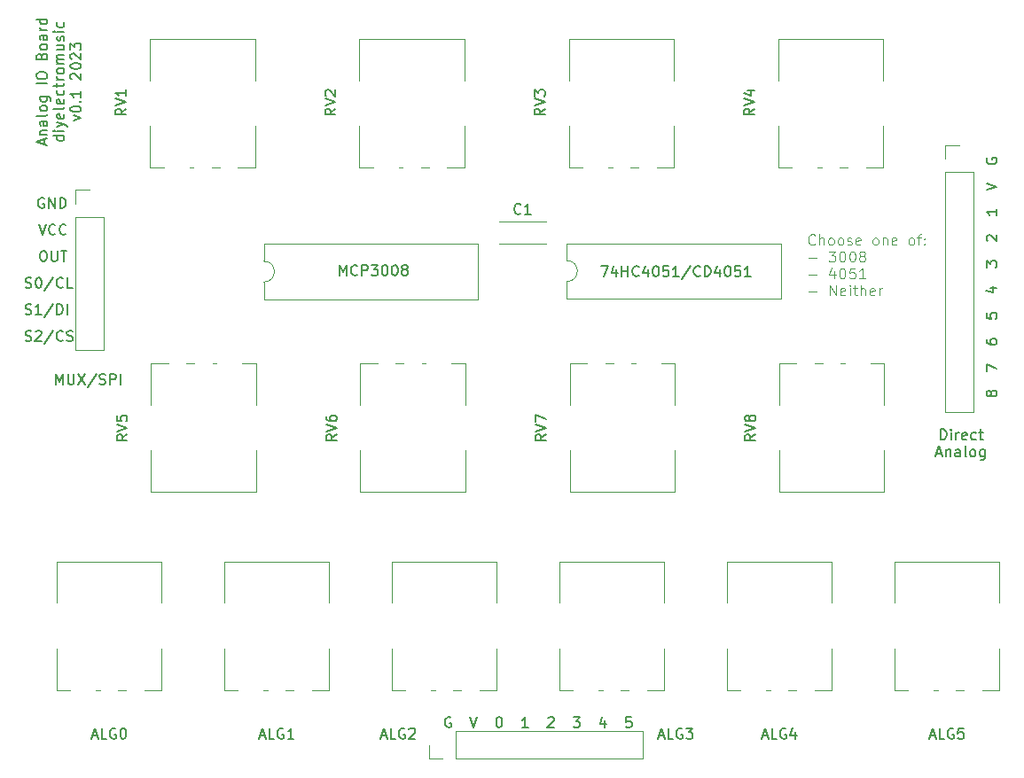
<source format=gbr>
%TF.GenerationSoftware,KiCad,Pcbnew,(6.0.5)*%
%TF.CreationDate,2023-01-13T11:48:33+00:00*%
%TF.ProjectId,AnalogInputBoard,416e616c-6f67-4496-9e70-7574426f6172,rev?*%
%TF.SameCoordinates,Original*%
%TF.FileFunction,Legend,Top*%
%TF.FilePolarity,Positive*%
%FSLAX46Y46*%
G04 Gerber Fmt 4.6, Leading zero omitted, Abs format (unit mm)*
G04 Created by KiCad (PCBNEW (6.0.5)) date 2023-01-13 11:48:33*
%MOMM*%
%LPD*%
G01*
G04 APERTURE LIST*
%ADD10C,0.100000*%
%ADD11C,0.200000*%
%ADD12C,0.150000*%
%ADD13C,0.120000*%
G04 APERTURE END LIST*
D10*
X126214523Y-73162142D02*
X126166904Y-73209761D01*
X126024047Y-73257380D01*
X125928809Y-73257380D01*
X125785952Y-73209761D01*
X125690714Y-73114523D01*
X125643095Y-73019285D01*
X125595476Y-72828809D01*
X125595476Y-72685952D01*
X125643095Y-72495476D01*
X125690714Y-72400238D01*
X125785952Y-72305000D01*
X125928809Y-72257380D01*
X126024047Y-72257380D01*
X126166904Y-72305000D01*
X126214523Y-72352619D01*
X126643095Y-73257380D02*
X126643095Y-72257380D01*
X127071666Y-73257380D02*
X127071666Y-72733571D01*
X127024047Y-72638333D01*
X126928809Y-72590714D01*
X126785952Y-72590714D01*
X126690714Y-72638333D01*
X126643095Y-72685952D01*
X127690714Y-73257380D02*
X127595476Y-73209761D01*
X127547857Y-73162142D01*
X127500238Y-73066904D01*
X127500238Y-72781190D01*
X127547857Y-72685952D01*
X127595476Y-72638333D01*
X127690714Y-72590714D01*
X127833571Y-72590714D01*
X127928809Y-72638333D01*
X127976428Y-72685952D01*
X128024047Y-72781190D01*
X128024047Y-73066904D01*
X127976428Y-73162142D01*
X127928809Y-73209761D01*
X127833571Y-73257380D01*
X127690714Y-73257380D01*
X128595476Y-73257380D02*
X128500238Y-73209761D01*
X128452619Y-73162142D01*
X128405000Y-73066904D01*
X128405000Y-72781190D01*
X128452619Y-72685952D01*
X128500238Y-72638333D01*
X128595476Y-72590714D01*
X128738333Y-72590714D01*
X128833571Y-72638333D01*
X128881190Y-72685952D01*
X128928809Y-72781190D01*
X128928809Y-73066904D01*
X128881190Y-73162142D01*
X128833571Y-73209761D01*
X128738333Y-73257380D01*
X128595476Y-73257380D01*
X129309761Y-73209761D02*
X129405000Y-73257380D01*
X129595476Y-73257380D01*
X129690714Y-73209761D01*
X129738333Y-73114523D01*
X129738333Y-73066904D01*
X129690714Y-72971666D01*
X129595476Y-72924047D01*
X129452619Y-72924047D01*
X129357380Y-72876428D01*
X129309761Y-72781190D01*
X129309761Y-72733571D01*
X129357380Y-72638333D01*
X129452619Y-72590714D01*
X129595476Y-72590714D01*
X129690714Y-72638333D01*
X130547857Y-73209761D02*
X130452619Y-73257380D01*
X130262142Y-73257380D01*
X130166904Y-73209761D01*
X130119285Y-73114523D01*
X130119285Y-72733571D01*
X130166904Y-72638333D01*
X130262142Y-72590714D01*
X130452619Y-72590714D01*
X130547857Y-72638333D01*
X130595476Y-72733571D01*
X130595476Y-72828809D01*
X130119285Y-72924047D01*
X131928809Y-73257380D02*
X131833571Y-73209761D01*
X131785952Y-73162142D01*
X131738333Y-73066904D01*
X131738333Y-72781190D01*
X131785952Y-72685952D01*
X131833571Y-72638333D01*
X131928809Y-72590714D01*
X132071666Y-72590714D01*
X132166904Y-72638333D01*
X132214523Y-72685952D01*
X132262142Y-72781190D01*
X132262142Y-73066904D01*
X132214523Y-73162142D01*
X132166904Y-73209761D01*
X132071666Y-73257380D01*
X131928809Y-73257380D01*
X132690714Y-72590714D02*
X132690714Y-73257380D01*
X132690714Y-72685952D02*
X132738333Y-72638333D01*
X132833571Y-72590714D01*
X132976428Y-72590714D01*
X133071666Y-72638333D01*
X133119285Y-72733571D01*
X133119285Y-73257380D01*
X133976428Y-73209761D02*
X133881190Y-73257380D01*
X133690714Y-73257380D01*
X133595476Y-73209761D01*
X133547857Y-73114523D01*
X133547857Y-72733571D01*
X133595476Y-72638333D01*
X133690714Y-72590714D01*
X133881190Y-72590714D01*
X133976428Y-72638333D01*
X134024047Y-72733571D01*
X134024047Y-72828809D01*
X133547857Y-72924047D01*
X135357380Y-73257380D02*
X135262142Y-73209761D01*
X135214523Y-73162142D01*
X135166904Y-73066904D01*
X135166904Y-72781190D01*
X135214523Y-72685952D01*
X135262142Y-72638333D01*
X135357380Y-72590714D01*
X135500238Y-72590714D01*
X135595476Y-72638333D01*
X135643095Y-72685952D01*
X135690714Y-72781190D01*
X135690714Y-73066904D01*
X135643095Y-73162142D01*
X135595476Y-73209761D01*
X135500238Y-73257380D01*
X135357380Y-73257380D01*
X135976428Y-72590714D02*
X136357380Y-72590714D01*
X136119285Y-73257380D02*
X136119285Y-72400238D01*
X136166904Y-72305000D01*
X136262142Y-72257380D01*
X136357380Y-72257380D01*
X136690714Y-73162142D02*
X136738333Y-73209761D01*
X136690714Y-73257380D01*
X136643095Y-73209761D01*
X136690714Y-73162142D01*
X136690714Y-73257380D01*
X136690714Y-72638333D02*
X136738333Y-72685952D01*
X136690714Y-72733571D01*
X136643095Y-72685952D01*
X136690714Y-72638333D01*
X136690714Y-72733571D01*
X125643095Y-74486428D02*
X126405000Y-74486428D01*
X127547857Y-73867380D02*
X128166904Y-73867380D01*
X127833571Y-74248333D01*
X127976428Y-74248333D01*
X128071666Y-74295952D01*
X128119285Y-74343571D01*
X128166904Y-74438809D01*
X128166904Y-74676904D01*
X128119285Y-74772142D01*
X128071666Y-74819761D01*
X127976428Y-74867380D01*
X127690714Y-74867380D01*
X127595476Y-74819761D01*
X127547857Y-74772142D01*
X128785952Y-73867380D02*
X128881190Y-73867380D01*
X128976428Y-73915000D01*
X129024047Y-73962619D01*
X129071666Y-74057857D01*
X129119285Y-74248333D01*
X129119285Y-74486428D01*
X129071666Y-74676904D01*
X129024047Y-74772142D01*
X128976428Y-74819761D01*
X128881190Y-74867380D01*
X128785952Y-74867380D01*
X128690714Y-74819761D01*
X128643095Y-74772142D01*
X128595476Y-74676904D01*
X128547857Y-74486428D01*
X128547857Y-74248333D01*
X128595476Y-74057857D01*
X128643095Y-73962619D01*
X128690714Y-73915000D01*
X128785952Y-73867380D01*
X129738333Y-73867380D02*
X129833571Y-73867380D01*
X129928809Y-73915000D01*
X129976428Y-73962619D01*
X130024047Y-74057857D01*
X130071666Y-74248333D01*
X130071666Y-74486428D01*
X130024047Y-74676904D01*
X129976428Y-74772142D01*
X129928809Y-74819761D01*
X129833571Y-74867380D01*
X129738333Y-74867380D01*
X129643095Y-74819761D01*
X129595476Y-74772142D01*
X129547857Y-74676904D01*
X129500238Y-74486428D01*
X129500238Y-74248333D01*
X129547857Y-74057857D01*
X129595476Y-73962619D01*
X129643095Y-73915000D01*
X129738333Y-73867380D01*
X130643095Y-74295952D02*
X130547857Y-74248333D01*
X130500238Y-74200714D01*
X130452619Y-74105476D01*
X130452619Y-74057857D01*
X130500238Y-73962619D01*
X130547857Y-73915000D01*
X130643095Y-73867380D01*
X130833571Y-73867380D01*
X130928809Y-73915000D01*
X130976428Y-73962619D01*
X131024047Y-74057857D01*
X131024047Y-74105476D01*
X130976428Y-74200714D01*
X130928809Y-74248333D01*
X130833571Y-74295952D01*
X130643095Y-74295952D01*
X130547857Y-74343571D01*
X130500238Y-74391190D01*
X130452619Y-74486428D01*
X130452619Y-74676904D01*
X130500238Y-74772142D01*
X130547857Y-74819761D01*
X130643095Y-74867380D01*
X130833571Y-74867380D01*
X130928809Y-74819761D01*
X130976428Y-74772142D01*
X131024047Y-74676904D01*
X131024047Y-74486428D01*
X130976428Y-74391190D01*
X130928809Y-74343571D01*
X130833571Y-74295952D01*
X125643095Y-76096428D02*
X126405000Y-76096428D01*
X128071666Y-75810714D02*
X128071666Y-76477380D01*
X127833571Y-75429761D02*
X127595476Y-76144047D01*
X128214523Y-76144047D01*
X128785952Y-75477380D02*
X128881190Y-75477380D01*
X128976428Y-75525000D01*
X129024047Y-75572619D01*
X129071666Y-75667857D01*
X129119285Y-75858333D01*
X129119285Y-76096428D01*
X129071666Y-76286904D01*
X129024047Y-76382142D01*
X128976428Y-76429761D01*
X128881190Y-76477380D01*
X128785952Y-76477380D01*
X128690714Y-76429761D01*
X128643095Y-76382142D01*
X128595476Y-76286904D01*
X128547857Y-76096428D01*
X128547857Y-75858333D01*
X128595476Y-75667857D01*
X128643095Y-75572619D01*
X128690714Y-75525000D01*
X128785952Y-75477380D01*
X130024047Y-75477380D02*
X129547857Y-75477380D01*
X129500238Y-75953571D01*
X129547857Y-75905952D01*
X129643095Y-75858333D01*
X129881190Y-75858333D01*
X129976428Y-75905952D01*
X130024047Y-75953571D01*
X130071666Y-76048809D01*
X130071666Y-76286904D01*
X130024047Y-76382142D01*
X129976428Y-76429761D01*
X129881190Y-76477380D01*
X129643095Y-76477380D01*
X129547857Y-76429761D01*
X129500238Y-76382142D01*
X131024047Y-76477380D02*
X130452619Y-76477380D01*
X130738333Y-76477380D02*
X130738333Y-75477380D01*
X130643095Y-75620238D01*
X130547857Y-75715476D01*
X130452619Y-75763095D01*
X125643095Y-77706428D02*
X126405000Y-77706428D01*
X127643095Y-78087380D02*
X127643095Y-77087380D01*
X128214523Y-78087380D01*
X128214523Y-77087380D01*
X129071666Y-78039761D02*
X128976428Y-78087380D01*
X128785952Y-78087380D01*
X128690714Y-78039761D01*
X128643095Y-77944523D01*
X128643095Y-77563571D01*
X128690714Y-77468333D01*
X128785952Y-77420714D01*
X128976428Y-77420714D01*
X129071666Y-77468333D01*
X129119285Y-77563571D01*
X129119285Y-77658809D01*
X128643095Y-77754047D01*
X129547857Y-78087380D02*
X129547857Y-77420714D01*
X129547857Y-77087380D02*
X129500238Y-77135000D01*
X129547857Y-77182619D01*
X129595476Y-77135000D01*
X129547857Y-77087380D01*
X129547857Y-77182619D01*
X129881190Y-77420714D02*
X130262142Y-77420714D01*
X130024047Y-77087380D02*
X130024047Y-77944523D01*
X130071666Y-78039761D01*
X130166904Y-78087380D01*
X130262142Y-78087380D01*
X130595476Y-78087380D02*
X130595476Y-77087380D01*
X131024047Y-78087380D02*
X131024047Y-77563571D01*
X130976428Y-77468333D01*
X130881190Y-77420714D01*
X130738333Y-77420714D01*
X130643095Y-77468333D01*
X130595476Y-77515952D01*
X131881190Y-78039761D02*
X131785952Y-78087380D01*
X131595476Y-78087380D01*
X131500238Y-78039761D01*
X131452619Y-77944523D01*
X131452619Y-77563571D01*
X131500238Y-77468333D01*
X131595476Y-77420714D01*
X131785952Y-77420714D01*
X131881190Y-77468333D01*
X131928809Y-77563571D01*
X131928809Y-77658809D01*
X131452619Y-77754047D01*
X132357380Y-78087380D02*
X132357380Y-77420714D01*
X132357380Y-77611190D02*
X132405000Y-77515952D01*
X132452619Y-77468333D01*
X132547857Y-77420714D01*
X132643095Y-77420714D01*
D11*
X53738571Y-86602380D02*
X53738571Y-85602380D01*
X54071904Y-86316666D01*
X54405238Y-85602380D01*
X54405238Y-86602380D01*
X54881428Y-85602380D02*
X54881428Y-86411904D01*
X54929047Y-86507142D01*
X54976666Y-86554761D01*
X55071904Y-86602380D01*
X55262380Y-86602380D01*
X55357619Y-86554761D01*
X55405238Y-86507142D01*
X55452857Y-86411904D01*
X55452857Y-85602380D01*
X55833809Y-85602380D02*
X56500476Y-86602380D01*
X56500476Y-85602380D02*
X55833809Y-86602380D01*
X57595714Y-85554761D02*
X56738571Y-86840476D01*
X57881428Y-86554761D02*
X58024285Y-86602380D01*
X58262380Y-86602380D01*
X58357619Y-86554761D01*
X58405238Y-86507142D01*
X58452857Y-86411904D01*
X58452857Y-86316666D01*
X58405238Y-86221428D01*
X58357619Y-86173809D01*
X58262380Y-86126190D01*
X58071904Y-86078571D01*
X57976666Y-86030952D01*
X57929047Y-85983333D01*
X57881428Y-85888095D01*
X57881428Y-85792857D01*
X57929047Y-85697619D01*
X57976666Y-85650000D01*
X58071904Y-85602380D01*
X58310000Y-85602380D01*
X58452857Y-85650000D01*
X58881428Y-86602380D02*
X58881428Y-85602380D01*
X59262380Y-85602380D01*
X59357619Y-85650000D01*
X59405238Y-85697619D01*
X59452857Y-85792857D01*
X59452857Y-85935714D01*
X59405238Y-86030952D01*
X59357619Y-86078571D01*
X59262380Y-86126190D01*
X58881428Y-86126190D01*
X59881428Y-86602380D02*
X59881428Y-85602380D01*
X138207619Y-91877380D02*
X138207619Y-90877380D01*
X138445714Y-90877380D01*
X138588571Y-90925000D01*
X138683809Y-91020238D01*
X138731428Y-91115476D01*
X138779047Y-91305952D01*
X138779047Y-91448809D01*
X138731428Y-91639285D01*
X138683809Y-91734523D01*
X138588571Y-91829761D01*
X138445714Y-91877380D01*
X138207619Y-91877380D01*
X139207619Y-91877380D02*
X139207619Y-91210714D01*
X139207619Y-90877380D02*
X139160000Y-90925000D01*
X139207619Y-90972619D01*
X139255238Y-90925000D01*
X139207619Y-90877380D01*
X139207619Y-90972619D01*
X139683809Y-91877380D02*
X139683809Y-91210714D01*
X139683809Y-91401190D02*
X139731428Y-91305952D01*
X139779047Y-91258333D01*
X139874285Y-91210714D01*
X139969523Y-91210714D01*
X140683809Y-91829761D02*
X140588571Y-91877380D01*
X140398095Y-91877380D01*
X140302857Y-91829761D01*
X140255238Y-91734523D01*
X140255238Y-91353571D01*
X140302857Y-91258333D01*
X140398095Y-91210714D01*
X140588571Y-91210714D01*
X140683809Y-91258333D01*
X140731428Y-91353571D01*
X140731428Y-91448809D01*
X140255238Y-91544047D01*
X141588571Y-91829761D02*
X141493333Y-91877380D01*
X141302857Y-91877380D01*
X141207619Y-91829761D01*
X141160000Y-91782142D01*
X141112380Y-91686904D01*
X141112380Y-91401190D01*
X141160000Y-91305952D01*
X141207619Y-91258333D01*
X141302857Y-91210714D01*
X141493333Y-91210714D01*
X141588571Y-91258333D01*
X141874285Y-91210714D02*
X142255238Y-91210714D01*
X142017142Y-90877380D02*
X142017142Y-91734523D01*
X142064761Y-91829761D01*
X142160000Y-91877380D01*
X142255238Y-91877380D01*
X137850476Y-93201666D02*
X138326666Y-93201666D01*
X137755238Y-93487380D02*
X138088571Y-92487380D01*
X138421904Y-93487380D01*
X138755238Y-92820714D02*
X138755238Y-93487380D01*
X138755238Y-92915952D02*
X138802857Y-92868333D01*
X138898095Y-92820714D01*
X139040952Y-92820714D01*
X139136190Y-92868333D01*
X139183809Y-92963571D01*
X139183809Y-93487380D01*
X140088571Y-93487380D02*
X140088571Y-92963571D01*
X140040952Y-92868333D01*
X139945714Y-92820714D01*
X139755238Y-92820714D01*
X139660000Y-92868333D01*
X140088571Y-93439761D02*
X139993333Y-93487380D01*
X139755238Y-93487380D01*
X139660000Y-93439761D01*
X139612380Y-93344523D01*
X139612380Y-93249285D01*
X139660000Y-93154047D01*
X139755238Y-93106428D01*
X139993333Y-93106428D01*
X140088571Y-93058809D01*
X140707619Y-93487380D02*
X140612380Y-93439761D01*
X140564761Y-93344523D01*
X140564761Y-92487380D01*
X141231428Y-93487380D02*
X141136190Y-93439761D01*
X141088571Y-93392142D01*
X141040952Y-93296904D01*
X141040952Y-93011190D01*
X141088571Y-92915952D01*
X141136190Y-92868333D01*
X141231428Y-92820714D01*
X141374285Y-92820714D01*
X141469523Y-92868333D01*
X141517142Y-92915952D01*
X141564761Y-93011190D01*
X141564761Y-93296904D01*
X141517142Y-93392142D01*
X141469523Y-93439761D01*
X141374285Y-93487380D01*
X141231428Y-93487380D01*
X142421904Y-92820714D02*
X142421904Y-93630238D01*
X142374285Y-93725476D01*
X142326666Y-93773095D01*
X142231428Y-93820714D01*
X142088571Y-93820714D01*
X141993333Y-93773095D01*
X142421904Y-93439761D02*
X142326666Y-93487380D01*
X142136190Y-93487380D01*
X142040952Y-93439761D01*
X141993333Y-93392142D01*
X141945714Y-93296904D01*
X141945714Y-93011190D01*
X141993333Y-92915952D01*
X142040952Y-92868333D01*
X142136190Y-92820714D01*
X142326666Y-92820714D01*
X142421904Y-92868333D01*
D12*
X52606666Y-63660000D02*
X52606666Y-63183809D01*
X52892380Y-63755238D02*
X51892380Y-63421904D01*
X52892380Y-63088571D01*
X52225714Y-62755238D02*
X52892380Y-62755238D01*
X52320952Y-62755238D02*
X52273333Y-62707619D01*
X52225714Y-62612380D01*
X52225714Y-62469523D01*
X52273333Y-62374285D01*
X52368571Y-62326666D01*
X52892380Y-62326666D01*
X52892380Y-61421904D02*
X52368571Y-61421904D01*
X52273333Y-61469523D01*
X52225714Y-61564761D01*
X52225714Y-61755238D01*
X52273333Y-61850476D01*
X52844761Y-61421904D02*
X52892380Y-61517142D01*
X52892380Y-61755238D01*
X52844761Y-61850476D01*
X52749523Y-61898095D01*
X52654285Y-61898095D01*
X52559047Y-61850476D01*
X52511428Y-61755238D01*
X52511428Y-61517142D01*
X52463809Y-61421904D01*
X52892380Y-60802857D02*
X52844761Y-60898095D01*
X52749523Y-60945714D01*
X51892380Y-60945714D01*
X52892380Y-60279047D02*
X52844761Y-60374285D01*
X52797142Y-60421904D01*
X52701904Y-60469523D01*
X52416190Y-60469523D01*
X52320952Y-60421904D01*
X52273333Y-60374285D01*
X52225714Y-60279047D01*
X52225714Y-60136190D01*
X52273333Y-60040952D01*
X52320952Y-59993333D01*
X52416190Y-59945714D01*
X52701904Y-59945714D01*
X52797142Y-59993333D01*
X52844761Y-60040952D01*
X52892380Y-60136190D01*
X52892380Y-60279047D01*
X52225714Y-59088571D02*
X53035238Y-59088571D01*
X53130476Y-59136190D01*
X53178095Y-59183809D01*
X53225714Y-59279047D01*
X53225714Y-59421904D01*
X53178095Y-59517142D01*
X52844761Y-59088571D02*
X52892380Y-59183809D01*
X52892380Y-59374285D01*
X52844761Y-59469523D01*
X52797142Y-59517142D01*
X52701904Y-59564761D01*
X52416190Y-59564761D01*
X52320952Y-59517142D01*
X52273333Y-59469523D01*
X52225714Y-59374285D01*
X52225714Y-59183809D01*
X52273333Y-59088571D01*
X52892380Y-57850476D02*
X51892380Y-57850476D01*
X51892380Y-57183809D02*
X51892380Y-56993333D01*
X51940000Y-56898095D01*
X52035238Y-56802857D01*
X52225714Y-56755238D01*
X52559047Y-56755238D01*
X52749523Y-56802857D01*
X52844761Y-56898095D01*
X52892380Y-56993333D01*
X52892380Y-57183809D01*
X52844761Y-57279047D01*
X52749523Y-57374285D01*
X52559047Y-57421904D01*
X52225714Y-57421904D01*
X52035238Y-57374285D01*
X51940000Y-57279047D01*
X51892380Y-57183809D01*
X52368571Y-55231428D02*
X52416190Y-55088571D01*
X52463809Y-55040952D01*
X52559047Y-54993333D01*
X52701904Y-54993333D01*
X52797142Y-55040952D01*
X52844761Y-55088571D01*
X52892380Y-55183809D01*
X52892380Y-55564761D01*
X51892380Y-55564761D01*
X51892380Y-55231428D01*
X51940000Y-55136190D01*
X51987619Y-55088571D01*
X52082857Y-55040952D01*
X52178095Y-55040952D01*
X52273333Y-55088571D01*
X52320952Y-55136190D01*
X52368571Y-55231428D01*
X52368571Y-55564761D01*
X52892380Y-54421904D02*
X52844761Y-54517142D01*
X52797142Y-54564761D01*
X52701904Y-54612380D01*
X52416190Y-54612380D01*
X52320952Y-54564761D01*
X52273333Y-54517142D01*
X52225714Y-54421904D01*
X52225714Y-54279047D01*
X52273333Y-54183809D01*
X52320952Y-54136190D01*
X52416190Y-54088571D01*
X52701904Y-54088571D01*
X52797142Y-54136190D01*
X52844761Y-54183809D01*
X52892380Y-54279047D01*
X52892380Y-54421904D01*
X52892380Y-53231428D02*
X52368571Y-53231428D01*
X52273333Y-53279047D01*
X52225714Y-53374285D01*
X52225714Y-53564761D01*
X52273333Y-53660000D01*
X52844761Y-53231428D02*
X52892380Y-53326666D01*
X52892380Y-53564761D01*
X52844761Y-53660000D01*
X52749523Y-53707619D01*
X52654285Y-53707619D01*
X52559047Y-53660000D01*
X52511428Y-53564761D01*
X52511428Y-53326666D01*
X52463809Y-53231428D01*
X52892380Y-52755238D02*
X52225714Y-52755238D01*
X52416190Y-52755238D02*
X52320952Y-52707619D01*
X52273333Y-52660000D01*
X52225714Y-52564761D01*
X52225714Y-52469523D01*
X52892380Y-51707619D02*
X51892380Y-51707619D01*
X52844761Y-51707619D02*
X52892380Y-51802857D01*
X52892380Y-51993333D01*
X52844761Y-52088571D01*
X52797142Y-52136190D01*
X52701904Y-52183809D01*
X52416190Y-52183809D01*
X52320952Y-52136190D01*
X52273333Y-52088571D01*
X52225714Y-51993333D01*
X52225714Y-51802857D01*
X52273333Y-51707619D01*
X54502380Y-62850476D02*
X53502380Y-62850476D01*
X54454761Y-62850476D02*
X54502380Y-62945714D01*
X54502380Y-63136190D01*
X54454761Y-63231428D01*
X54407142Y-63279047D01*
X54311904Y-63326666D01*
X54026190Y-63326666D01*
X53930952Y-63279047D01*
X53883333Y-63231428D01*
X53835714Y-63136190D01*
X53835714Y-62945714D01*
X53883333Y-62850476D01*
X54502380Y-62374285D02*
X53835714Y-62374285D01*
X53502380Y-62374285D02*
X53550000Y-62421904D01*
X53597619Y-62374285D01*
X53550000Y-62326666D01*
X53502380Y-62374285D01*
X53597619Y-62374285D01*
X53835714Y-61993333D02*
X54502380Y-61755238D01*
X53835714Y-61517142D02*
X54502380Y-61755238D01*
X54740476Y-61850476D01*
X54788095Y-61898095D01*
X54835714Y-61993333D01*
X54454761Y-60755238D02*
X54502380Y-60850476D01*
X54502380Y-61040952D01*
X54454761Y-61136190D01*
X54359523Y-61183809D01*
X53978571Y-61183809D01*
X53883333Y-61136190D01*
X53835714Y-61040952D01*
X53835714Y-60850476D01*
X53883333Y-60755238D01*
X53978571Y-60707619D01*
X54073809Y-60707619D01*
X54169047Y-61183809D01*
X54502380Y-60136190D02*
X54454761Y-60231428D01*
X54359523Y-60279047D01*
X53502380Y-60279047D01*
X54454761Y-59374285D02*
X54502380Y-59469523D01*
X54502380Y-59660000D01*
X54454761Y-59755238D01*
X54359523Y-59802857D01*
X53978571Y-59802857D01*
X53883333Y-59755238D01*
X53835714Y-59660000D01*
X53835714Y-59469523D01*
X53883333Y-59374285D01*
X53978571Y-59326666D01*
X54073809Y-59326666D01*
X54169047Y-59802857D01*
X54454761Y-58469523D02*
X54502380Y-58564761D01*
X54502380Y-58755238D01*
X54454761Y-58850476D01*
X54407142Y-58898095D01*
X54311904Y-58945714D01*
X54026190Y-58945714D01*
X53930952Y-58898095D01*
X53883333Y-58850476D01*
X53835714Y-58755238D01*
X53835714Y-58564761D01*
X53883333Y-58469523D01*
X53835714Y-58183809D02*
X53835714Y-57802857D01*
X53502380Y-58040952D02*
X54359523Y-58040952D01*
X54454761Y-57993333D01*
X54502380Y-57898095D01*
X54502380Y-57802857D01*
X54502380Y-57469523D02*
X53835714Y-57469523D01*
X54026190Y-57469523D02*
X53930952Y-57421904D01*
X53883333Y-57374285D01*
X53835714Y-57279047D01*
X53835714Y-57183809D01*
X54502380Y-56707619D02*
X54454761Y-56802857D01*
X54407142Y-56850476D01*
X54311904Y-56898095D01*
X54026190Y-56898095D01*
X53930952Y-56850476D01*
X53883333Y-56802857D01*
X53835714Y-56707619D01*
X53835714Y-56564761D01*
X53883333Y-56469523D01*
X53930952Y-56421904D01*
X54026190Y-56374285D01*
X54311904Y-56374285D01*
X54407142Y-56421904D01*
X54454761Y-56469523D01*
X54502380Y-56564761D01*
X54502380Y-56707619D01*
X54502380Y-55945714D02*
X53835714Y-55945714D01*
X53930952Y-55945714D02*
X53883333Y-55898095D01*
X53835714Y-55802857D01*
X53835714Y-55660000D01*
X53883333Y-55564761D01*
X53978571Y-55517142D01*
X54502380Y-55517142D01*
X53978571Y-55517142D02*
X53883333Y-55469523D01*
X53835714Y-55374285D01*
X53835714Y-55231428D01*
X53883333Y-55136190D01*
X53978571Y-55088571D01*
X54502380Y-55088571D01*
X53835714Y-54183809D02*
X54502380Y-54183809D01*
X53835714Y-54612380D02*
X54359523Y-54612380D01*
X54454761Y-54564761D01*
X54502380Y-54469523D01*
X54502380Y-54326666D01*
X54454761Y-54231428D01*
X54407142Y-54183809D01*
X54454761Y-53755238D02*
X54502380Y-53660000D01*
X54502380Y-53469523D01*
X54454761Y-53374285D01*
X54359523Y-53326666D01*
X54311904Y-53326666D01*
X54216666Y-53374285D01*
X54169047Y-53469523D01*
X54169047Y-53612380D01*
X54121428Y-53707619D01*
X54026190Y-53755238D01*
X53978571Y-53755238D01*
X53883333Y-53707619D01*
X53835714Y-53612380D01*
X53835714Y-53469523D01*
X53883333Y-53374285D01*
X54502380Y-52898095D02*
X53835714Y-52898095D01*
X53502380Y-52898095D02*
X53550000Y-52945714D01*
X53597619Y-52898095D01*
X53550000Y-52850476D01*
X53502380Y-52898095D01*
X53597619Y-52898095D01*
X54454761Y-51993333D02*
X54502380Y-52088571D01*
X54502380Y-52279047D01*
X54454761Y-52374285D01*
X54407142Y-52421904D01*
X54311904Y-52469523D01*
X54026190Y-52469523D01*
X53930952Y-52421904D01*
X53883333Y-52374285D01*
X53835714Y-52279047D01*
X53835714Y-52088571D01*
X53883333Y-51993333D01*
X55445714Y-61374285D02*
X56112380Y-61136190D01*
X55445714Y-60898095D01*
X55112380Y-60326666D02*
X55112380Y-60231428D01*
X55160000Y-60136190D01*
X55207619Y-60088571D01*
X55302857Y-60040952D01*
X55493333Y-59993333D01*
X55731428Y-59993333D01*
X55921904Y-60040952D01*
X56017142Y-60088571D01*
X56064761Y-60136190D01*
X56112380Y-60231428D01*
X56112380Y-60326666D01*
X56064761Y-60421904D01*
X56017142Y-60469523D01*
X55921904Y-60517142D01*
X55731428Y-60564761D01*
X55493333Y-60564761D01*
X55302857Y-60517142D01*
X55207619Y-60469523D01*
X55160000Y-60421904D01*
X55112380Y-60326666D01*
X56017142Y-59564761D02*
X56064761Y-59517142D01*
X56112380Y-59564761D01*
X56064761Y-59612380D01*
X56017142Y-59564761D01*
X56112380Y-59564761D01*
X56112380Y-58564761D02*
X56112380Y-59136190D01*
X56112380Y-58850476D02*
X55112380Y-58850476D01*
X55255238Y-58945714D01*
X55350476Y-59040952D01*
X55398095Y-59136190D01*
X55207619Y-57421904D02*
X55160000Y-57374285D01*
X55112380Y-57279047D01*
X55112380Y-57040952D01*
X55160000Y-56945714D01*
X55207619Y-56898095D01*
X55302857Y-56850476D01*
X55398095Y-56850476D01*
X55540952Y-56898095D01*
X56112380Y-57469523D01*
X56112380Y-56850476D01*
X55112380Y-56231428D02*
X55112380Y-56136190D01*
X55160000Y-56040952D01*
X55207619Y-55993333D01*
X55302857Y-55945714D01*
X55493333Y-55898095D01*
X55731428Y-55898095D01*
X55921904Y-55945714D01*
X56017142Y-55993333D01*
X56064761Y-56040952D01*
X56112380Y-56136190D01*
X56112380Y-56231428D01*
X56064761Y-56326666D01*
X56017142Y-56374285D01*
X55921904Y-56421904D01*
X55731428Y-56469523D01*
X55493333Y-56469523D01*
X55302857Y-56421904D01*
X55207619Y-56374285D01*
X55160000Y-56326666D01*
X55112380Y-56231428D01*
X55207619Y-55517142D02*
X55160000Y-55469523D01*
X55112380Y-55374285D01*
X55112380Y-55136190D01*
X55160000Y-55040952D01*
X55207619Y-54993333D01*
X55302857Y-54945714D01*
X55398095Y-54945714D01*
X55540952Y-54993333D01*
X56112380Y-55564761D01*
X56112380Y-54945714D01*
X55112380Y-54612380D02*
X55112380Y-53993333D01*
X55493333Y-54326666D01*
X55493333Y-54183809D01*
X55540952Y-54088571D01*
X55588571Y-54040952D01*
X55683809Y-53993333D01*
X55921904Y-53993333D01*
X56017142Y-54040952D01*
X56064761Y-54088571D01*
X56112380Y-54183809D01*
X56112380Y-54469523D01*
X56064761Y-54564761D01*
X56017142Y-54612380D01*
D11*
X50820476Y-82404761D02*
X50963333Y-82452380D01*
X51201428Y-82452380D01*
X51296666Y-82404761D01*
X51344285Y-82357142D01*
X51391904Y-82261904D01*
X51391904Y-82166666D01*
X51344285Y-82071428D01*
X51296666Y-82023809D01*
X51201428Y-81976190D01*
X51010952Y-81928571D01*
X50915714Y-81880952D01*
X50868095Y-81833333D01*
X50820476Y-81738095D01*
X50820476Y-81642857D01*
X50868095Y-81547619D01*
X50915714Y-81500000D01*
X51010952Y-81452380D01*
X51249047Y-81452380D01*
X51391904Y-81500000D01*
X51772857Y-81547619D02*
X51820476Y-81500000D01*
X51915714Y-81452380D01*
X52153809Y-81452380D01*
X52249047Y-81500000D01*
X52296666Y-81547619D01*
X52344285Y-81642857D01*
X52344285Y-81738095D01*
X52296666Y-81880952D01*
X51725238Y-82452380D01*
X52344285Y-82452380D01*
X53487142Y-81404761D02*
X52630000Y-82690476D01*
X54391904Y-82357142D02*
X54344285Y-82404761D01*
X54201428Y-82452380D01*
X54106190Y-82452380D01*
X53963333Y-82404761D01*
X53868095Y-82309523D01*
X53820476Y-82214285D01*
X53772857Y-82023809D01*
X53772857Y-81880952D01*
X53820476Y-81690476D01*
X53868095Y-81595238D01*
X53963333Y-81500000D01*
X54106190Y-81452380D01*
X54201428Y-81452380D01*
X54344285Y-81500000D01*
X54391904Y-81547619D01*
X54772857Y-82404761D02*
X54915714Y-82452380D01*
X55153809Y-82452380D01*
X55249047Y-82404761D01*
X55296666Y-82357142D01*
X55344285Y-82261904D01*
X55344285Y-82166666D01*
X55296666Y-82071428D01*
X55249047Y-82023809D01*
X55153809Y-81976190D01*
X54963333Y-81928571D01*
X54868095Y-81880952D01*
X54820476Y-81833333D01*
X54772857Y-81738095D01*
X54772857Y-81642857D01*
X54820476Y-81547619D01*
X54868095Y-81500000D01*
X54963333Y-81452380D01*
X55201428Y-81452380D01*
X55344285Y-81500000D01*
X50820476Y-79864761D02*
X50963333Y-79912380D01*
X51201428Y-79912380D01*
X51296666Y-79864761D01*
X51344285Y-79817142D01*
X51391904Y-79721904D01*
X51391904Y-79626666D01*
X51344285Y-79531428D01*
X51296666Y-79483809D01*
X51201428Y-79436190D01*
X51010952Y-79388571D01*
X50915714Y-79340952D01*
X50868095Y-79293333D01*
X50820476Y-79198095D01*
X50820476Y-79102857D01*
X50868095Y-79007619D01*
X50915714Y-78960000D01*
X51010952Y-78912380D01*
X51249047Y-78912380D01*
X51391904Y-78960000D01*
X52344285Y-79912380D02*
X51772857Y-79912380D01*
X52058571Y-79912380D02*
X52058571Y-78912380D01*
X51963333Y-79055238D01*
X51868095Y-79150476D01*
X51772857Y-79198095D01*
X53487142Y-78864761D02*
X52630000Y-80150476D01*
X53820476Y-79912380D02*
X53820476Y-78912380D01*
X54058571Y-78912380D01*
X54201428Y-78960000D01*
X54296666Y-79055238D01*
X54344285Y-79150476D01*
X54391904Y-79340952D01*
X54391904Y-79483809D01*
X54344285Y-79674285D01*
X54296666Y-79769523D01*
X54201428Y-79864761D01*
X54058571Y-79912380D01*
X53820476Y-79912380D01*
X54820476Y-79912380D02*
X54820476Y-78912380D01*
X50820476Y-77324761D02*
X50963333Y-77372380D01*
X51201428Y-77372380D01*
X51296666Y-77324761D01*
X51344285Y-77277142D01*
X51391904Y-77181904D01*
X51391904Y-77086666D01*
X51344285Y-76991428D01*
X51296666Y-76943809D01*
X51201428Y-76896190D01*
X51010952Y-76848571D01*
X50915714Y-76800952D01*
X50868095Y-76753333D01*
X50820476Y-76658095D01*
X50820476Y-76562857D01*
X50868095Y-76467619D01*
X50915714Y-76420000D01*
X51010952Y-76372380D01*
X51249047Y-76372380D01*
X51391904Y-76420000D01*
X52010952Y-76372380D02*
X52106190Y-76372380D01*
X52201428Y-76420000D01*
X52249047Y-76467619D01*
X52296666Y-76562857D01*
X52344285Y-76753333D01*
X52344285Y-76991428D01*
X52296666Y-77181904D01*
X52249047Y-77277142D01*
X52201428Y-77324761D01*
X52106190Y-77372380D01*
X52010952Y-77372380D01*
X51915714Y-77324761D01*
X51868095Y-77277142D01*
X51820476Y-77181904D01*
X51772857Y-76991428D01*
X51772857Y-76753333D01*
X51820476Y-76562857D01*
X51868095Y-76467619D01*
X51915714Y-76420000D01*
X52010952Y-76372380D01*
X53487142Y-76324761D02*
X52630000Y-77610476D01*
X54391904Y-77277142D02*
X54344285Y-77324761D01*
X54201428Y-77372380D01*
X54106190Y-77372380D01*
X53963333Y-77324761D01*
X53868095Y-77229523D01*
X53820476Y-77134285D01*
X53772857Y-76943809D01*
X53772857Y-76800952D01*
X53820476Y-76610476D01*
X53868095Y-76515238D01*
X53963333Y-76420000D01*
X54106190Y-76372380D01*
X54201428Y-76372380D01*
X54344285Y-76420000D01*
X54391904Y-76467619D01*
X55296666Y-77372380D02*
X54820476Y-77372380D01*
X54820476Y-76372380D01*
X52441428Y-73832380D02*
X52631904Y-73832380D01*
X52727142Y-73880000D01*
X52822380Y-73975238D01*
X52870000Y-74165714D01*
X52870000Y-74499047D01*
X52822380Y-74689523D01*
X52727142Y-74784761D01*
X52631904Y-74832380D01*
X52441428Y-74832380D01*
X52346190Y-74784761D01*
X52250952Y-74689523D01*
X52203333Y-74499047D01*
X52203333Y-74165714D01*
X52250952Y-73975238D01*
X52346190Y-73880000D01*
X52441428Y-73832380D01*
X53298571Y-73832380D02*
X53298571Y-74641904D01*
X53346190Y-74737142D01*
X53393809Y-74784761D01*
X53489047Y-74832380D01*
X53679523Y-74832380D01*
X53774761Y-74784761D01*
X53822380Y-74737142D01*
X53870000Y-74641904D01*
X53870000Y-73832380D01*
X54203333Y-73832380D02*
X54774761Y-73832380D01*
X54489047Y-74832380D02*
X54489047Y-73832380D01*
X52108095Y-71292380D02*
X52441428Y-72292380D01*
X52774761Y-71292380D01*
X53679523Y-72197142D02*
X53631904Y-72244761D01*
X53489047Y-72292380D01*
X53393809Y-72292380D01*
X53250952Y-72244761D01*
X53155714Y-72149523D01*
X53108095Y-72054285D01*
X53060476Y-71863809D01*
X53060476Y-71720952D01*
X53108095Y-71530476D01*
X53155714Y-71435238D01*
X53250952Y-71340000D01*
X53393809Y-71292380D01*
X53489047Y-71292380D01*
X53631904Y-71340000D01*
X53679523Y-71387619D01*
X54679523Y-72197142D02*
X54631904Y-72244761D01*
X54489047Y-72292380D01*
X54393809Y-72292380D01*
X54250952Y-72244761D01*
X54155714Y-72149523D01*
X54108095Y-72054285D01*
X54060476Y-71863809D01*
X54060476Y-71720952D01*
X54108095Y-71530476D01*
X54155714Y-71435238D01*
X54250952Y-71340000D01*
X54393809Y-71292380D01*
X54489047Y-71292380D01*
X54631904Y-71340000D01*
X54679523Y-71387619D01*
X52584285Y-68800000D02*
X52489047Y-68752380D01*
X52346190Y-68752380D01*
X52203333Y-68800000D01*
X52108095Y-68895238D01*
X52060476Y-68990476D01*
X52012857Y-69180952D01*
X52012857Y-69323809D01*
X52060476Y-69514285D01*
X52108095Y-69609523D01*
X52203333Y-69704761D01*
X52346190Y-69752380D01*
X52441428Y-69752380D01*
X52584285Y-69704761D01*
X52631904Y-69657142D01*
X52631904Y-69323809D01*
X52441428Y-69323809D01*
X53060476Y-69752380D02*
X53060476Y-68752380D01*
X53631904Y-69752380D01*
X53631904Y-68752380D01*
X54108095Y-69752380D02*
X54108095Y-68752380D01*
X54346190Y-68752380D01*
X54489047Y-68800000D01*
X54584285Y-68895238D01*
X54631904Y-68990476D01*
X54679523Y-69180952D01*
X54679523Y-69323809D01*
X54631904Y-69514285D01*
X54584285Y-69609523D01*
X54489047Y-69704761D01*
X54346190Y-69752380D01*
X54108095Y-69752380D01*
X143020952Y-87544285D02*
X142973333Y-87639523D01*
X142925714Y-87687142D01*
X142830476Y-87734761D01*
X142782857Y-87734761D01*
X142687619Y-87687142D01*
X142640000Y-87639523D01*
X142592380Y-87544285D01*
X142592380Y-87353809D01*
X142640000Y-87258571D01*
X142687619Y-87210952D01*
X142782857Y-87163333D01*
X142830476Y-87163333D01*
X142925714Y-87210952D01*
X142973333Y-87258571D01*
X143020952Y-87353809D01*
X143020952Y-87544285D01*
X143068571Y-87639523D01*
X143116190Y-87687142D01*
X143211428Y-87734761D01*
X143401904Y-87734761D01*
X143497142Y-87687142D01*
X143544761Y-87639523D01*
X143592380Y-87544285D01*
X143592380Y-87353809D01*
X143544761Y-87258571D01*
X143497142Y-87210952D01*
X143401904Y-87163333D01*
X143211428Y-87163333D01*
X143116190Y-87210952D01*
X143068571Y-87258571D01*
X143020952Y-87353809D01*
X142592380Y-85306190D02*
X142592380Y-84639523D01*
X143592380Y-85068095D01*
X142592380Y-82306190D02*
X142592380Y-82496666D01*
X142640000Y-82591904D01*
X142687619Y-82639523D01*
X142830476Y-82734761D01*
X143020952Y-82782380D01*
X143401904Y-82782380D01*
X143497142Y-82734761D01*
X143544761Y-82687142D01*
X143592380Y-82591904D01*
X143592380Y-82401428D01*
X143544761Y-82306190D01*
X143497142Y-82258571D01*
X143401904Y-82210952D01*
X143163809Y-82210952D01*
X143068571Y-82258571D01*
X143020952Y-82306190D01*
X142973333Y-82401428D01*
X142973333Y-82591904D01*
X143020952Y-82687142D01*
X143068571Y-82734761D01*
X143163809Y-82782380D01*
X142592380Y-79782380D02*
X142592380Y-80258571D01*
X143068571Y-80306190D01*
X143020952Y-80258571D01*
X142973333Y-80163333D01*
X142973333Y-79925238D01*
X143020952Y-79830000D01*
X143068571Y-79782380D01*
X143163809Y-79734761D01*
X143401904Y-79734761D01*
X143497142Y-79782380D01*
X143544761Y-79830000D01*
X143592380Y-79925238D01*
X143592380Y-80163333D01*
X143544761Y-80258571D01*
X143497142Y-80306190D01*
X142925714Y-77353809D02*
X143592380Y-77353809D01*
X142544761Y-77591904D02*
X143259047Y-77830000D01*
X143259047Y-77210952D01*
X142592380Y-75401428D02*
X142592380Y-74782380D01*
X142973333Y-75115714D01*
X142973333Y-74972857D01*
X143020952Y-74877619D01*
X143068571Y-74830000D01*
X143163809Y-74782380D01*
X143401904Y-74782380D01*
X143497142Y-74830000D01*
X143544761Y-74877619D01*
X143592380Y-74972857D01*
X143592380Y-75258571D01*
X143544761Y-75353809D01*
X143497142Y-75401428D01*
X142687619Y-72877619D02*
X142640000Y-72830000D01*
X142592380Y-72734761D01*
X142592380Y-72496666D01*
X142640000Y-72401428D01*
X142687619Y-72353809D01*
X142782857Y-72306190D01*
X142878095Y-72306190D01*
X143020952Y-72353809D01*
X143592380Y-72925238D01*
X143592380Y-72306190D01*
X143592380Y-69830000D02*
X143592380Y-70401428D01*
X143592380Y-70115714D02*
X142592380Y-70115714D01*
X142735238Y-70210952D01*
X142830476Y-70306190D01*
X142878095Y-70401428D01*
X142592380Y-68020476D02*
X143592380Y-67687142D01*
X142592380Y-67353809D01*
X142640000Y-64972857D02*
X142592380Y-65068095D01*
X142592380Y-65210952D01*
X142640000Y-65353809D01*
X142735238Y-65449047D01*
X142830476Y-65496666D01*
X143020952Y-65544285D01*
X143163809Y-65544285D01*
X143354285Y-65496666D01*
X143449523Y-65449047D01*
X143544761Y-65353809D01*
X143592380Y-65210952D01*
X143592380Y-65115714D01*
X143544761Y-64972857D01*
X143497142Y-64925238D01*
X143163809Y-64925238D01*
X143163809Y-65115714D01*
X91432857Y-118420000D02*
X91337619Y-118372380D01*
X91194761Y-118372380D01*
X91051904Y-118420000D01*
X90956666Y-118515238D01*
X90909047Y-118610476D01*
X90861428Y-118800952D01*
X90861428Y-118943809D01*
X90909047Y-119134285D01*
X90956666Y-119229523D01*
X91051904Y-119324761D01*
X91194761Y-119372380D01*
X91289999Y-119372380D01*
X91432857Y-119324761D01*
X91480476Y-119277142D01*
X91480476Y-118943809D01*
X91289999Y-118943809D01*
X93289999Y-118372380D02*
X93623333Y-119372380D01*
X93956666Y-118372380D01*
X96004285Y-118372380D02*
X96099523Y-118372380D01*
X96194761Y-118420000D01*
X96242380Y-118467619D01*
X96290000Y-118562857D01*
X96337619Y-118753333D01*
X96337619Y-118991428D01*
X96290000Y-119181904D01*
X96242380Y-119277142D01*
X96194761Y-119324761D01*
X96099523Y-119372380D01*
X96004285Y-119372380D01*
X95909047Y-119324761D01*
X95861428Y-119277142D01*
X95813809Y-119181904D01*
X95766190Y-118991428D01*
X95766190Y-118753333D01*
X95813809Y-118562857D01*
X95861428Y-118467619D01*
X95909047Y-118420000D01*
X96004285Y-118372380D01*
X98813809Y-119372380D02*
X98242380Y-119372380D01*
X98528095Y-119372380D02*
X98528095Y-118372380D01*
X98432857Y-118515238D01*
X98337619Y-118610476D01*
X98242380Y-118658095D01*
X100718571Y-118467619D02*
X100766190Y-118420000D01*
X100861428Y-118372380D01*
X101099523Y-118372380D01*
X101194761Y-118420000D01*
X101242380Y-118467619D01*
X101289999Y-118562857D01*
X101289999Y-118658095D01*
X101242380Y-118800952D01*
X100670952Y-119372380D01*
X101289999Y-119372380D01*
X103147142Y-118372380D02*
X103766190Y-118372380D01*
X103432857Y-118753333D01*
X103575714Y-118753333D01*
X103670952Y-118800952D01*
X103718571Y-118848571D01*
X103766190Y-118943809D01*
X103766190Y-119181904D01*
X103718571Y-119277142D01*
X103670952Y-119324761D01*
X103575714Y-119372380D01*
X103289999Y-119372380D01*
X103194761Y-119324761D01*
X103147142Y-119277142D01*
X106147142Y-118705714D02*
X106147142Y-119372380D01*
X105909047Y-118324761D02*
X105670952Y-119039047D01*
X106289999Y-119039047D01*
X108670952Y-118372380D02*
X108194761Y-118372380D01*
X108147142Y-118848571D01*
X108194761Y-118800952D01*
X108289999Y-118753333D01*
X108528095Y-118753333D01*
X108623333Y-118800952D01*
X108670952Y-118848571D01*
X108718571Y-118943809D01*
X108718571Y-119181904D01*
X108670952Y-119277142D01*
X108623333Y-119324761D01*
X108528095Y-119372380D01*
X108289999Y-119372380D01*
X108194761Y-119324761D01*
X108147142Y-119277142D01*
D12*
%TO.C,ALG0*%
X57200952Y-120166666D02*
X57677142Y-120166666D01*
X57105714Y-120452380D02*
X57439047Y-119452380D01*
X57772380Y-120452380D01*
X58581904Y-120452380D02*
X58105714Y-120452380D01*
X58105714Y-119452380D01*
X59439047Y-119500000D02*
X59343809Y-119452380D01*
X59200952Y-119452380D01*
X59058095Y-119500000D01*
X58962857Y-119595238D01*
X58915238Y-119690476D01*
X58867619Y-119880952D01*
X58867619Y-120023809D01*
X58915238Y-120214285D01*
X58962857Y-120309523D01*
X59058095Y-120404761D01*
X59200952Y-120452380D01*
X59296190Y-120452380D01*
X59439047Y-120404761D01*
X59486666Y-120357142D01*
X59486666Y-120023809D01*
X59296190Y-120023809D01*
X60105714Y-119452380D02*
X60200952Y-119452380D01*
X60296190Y-119500000D01*
X60343809Y-119547619D01*
X60391428Y-119642857D01*
X60439047Y-119833333D01*
X60439047Y-120071428D01*
X60391428Y-120261904D01*
X60343809Y-120357142D01*
X60296190Y-120404761D01*
X60200952Y-120452380D01*
X60105714Y-120452380D01*
X60010476Y-120404761D01*
X59962857Y-120357142D01*
X59915238Y-120261904D01*
X59867619Y-120071428D01*
X59867619Y-119833333D01*
X59915238Y-119642857D01*
X59962857Y-119547619D01*
X60010476Y-119500000D01*
X60105714Y-119452380D01*
%TO.C,RV5*%
X60532380Y-91355238D02*
X60056190Y-91688571D01*
X60532380Y-91926666D02*
X59532380Y-91926666D01*
X59532380Y-91545714D01*
X59580000Y-91450476D01*
X59627619Y-91402857D01*
X59722857Y-91355238D01*
X59865714Y-91355238D01*
X59960952Y-91402857D01*
X60008571Y-91450476D01*
X60056190Y-91545714D01*
X60056190Y-91926666D01*
X59532380Y-91069523D02*
X60532380Y-90736190D01*
X59532380Y-90402857D01*
X59532380Y-89593333D02*
X59532380Y-90069523D01*
X60008571Y-90117142D01*
X59960952Y-90069523D01*
X59913333Y-89974285D01*
X59913333Y-89736190D01*
X59960952Y-89640952D01*
X60008571Y-89593333D01*
X60103809Y-89545714D01*
X60341904Y-89545714D01*
X60437142Y-89593333D01*
X60484761Y-89640952D01*
X60532380Y-89736190D01*
X60532380Y-89974285D01*
X60484761Y-90069523D01*
X60437142Y-90117142D01*
%TO.C,ALG4*%
X121200952Y-120166666D02*
X121677142Y-120166666D01*
X121105714Y-120452380D02*
X121439047Y-119452380D01*
X121772380Y-120452380D01*
X122581904Y-120452380D02*
X122105714Y-120452380D01*
X122105714Y-119452380D01*
X123439047Y-119500000D02*
X123343809Y-119452380D01*
X123200952Y-119452380D01*
X123058095Y-119500000D01*
X122962857Y-119595238D01*
X122915238Y-119690476D01*
X122867619Y-119880952D01*
X122867619Y-120023809D01*
X122915238Y-120214285D01*
X122962857Y-120309523D01*
X123058095Y-120404761D01*
X123200952Y-120452380D01*
X123296190Y-120452380D01*
X123439047Y-120404761D01*
X123486666Y-120357142D01*
X123486666Y-120023809D01*
X123296190Y-120023809D01*
X124343809Y-119785714D02*
X124343809Y-120452380D01*
X124105714Y-119404761D02*
X123867619Y-120119047D01*
X124486666Y-120119047D01*
%TO.C,RV7*%
X100532380Y-91355238D02*
X100056190Y-91688571D01*
X100532380Y-91926666D02*
X99532380Y-91926666D01*
X99532380Y-91545714D01*
X99580000Y-91450476D01*
X99627619Y-91402857D01*
X99722857Y-91355238D01*
X99865714Y-91355238D01*
X99960952Y-91402857D01*
X100008571Y-91450476D01*
X100056190Y-91545714D01*
X100056190Y-91926666D01*
X99532380Y-91069523D02*
X100532380Y-90736190D01*
X99532380Y-90402857D01*
X99532380Y-90164761D02*
X99532380Y-89498095D01*
X100532380Y-89926666D01*
%TO.C,ALG2*%
X84793928Y-120166666D02*
X85270119Y-120166666D01*
X84698690Y-120452380D02*
X85032023Y-119452380D01*
X85365357Y-120452380D01*
X86174880Y-120452380D02*
X85698690Y-120452380D01*
X85698690Y-119452380D01*
X87032023Y-119500000D02*
X86936785Y-119452380D01*
X86793928Y-119452380D01*
X86651071Y-119500000D01*
X86555833Y-119595238D01*
X86508214Y-119690476D01*
X86460595Y-119880952D01*
X86460595Y-120023809D01*
X86508214Y-120214285D01*
X86555833Y-120309523D01*
X86651071Y-120404761D01*
X86793928Y-120452380D01*
X86889166Y-120452380D01*
X87032023Y-120404761D01*
X87079642Y-120357142D01*
X87079642Y-120023809D01*
X86889166Y-120023809D01*
X87460595Y-119547619D02*
X87508214Y-119500000D01*
X87603452Y-119452380D01*
X87841547Y-119452380D01*
X87936785Y-119500000D01*
X87984404Y-119547619D01*
X88032023Y-119642857D01*
X88032023Y-119738095D01*
X87984404Y-119880952D01*
X87412976Y-120452380D01*
X88032023Y-120452380D01*
%TO.C,ALG3*%
X111287976Y-120166666D02*
X111764166Y-120166666D01*
X111192738Y-120452380D02*
X111526071Y-119452380D01*
X111859404Y-120452380D01*
X112668928Y-120452380D02*
X112192738Y-120452380D01*
X112192738Y-119452380D01*
X113526071Y-119500000D02*
X113430833Y-119452380D01*
X113287976Y-119452380D01*
X113145119Y-119500000D01*
X113049880Y-119595238D01*
X113002261Y-119690476D01*
X112954642Y-119880952D01*
X112954642Y-120023809D01*
X113002261Y-120214285D01*
X113049880Y-120309523D01*
X113145119Y-120404761D01*
X113287976Y-120452380D01*
X113383214Y-120452380D01*
X113526071Y-120404761D01*
X113573690Y-120357142D01*
X113573690Y-120023809D01*
X113383214Y-120023809D01*
X113907023Y-119452380D02*
X114526071Y-119452380D01*
X114192738Y-119833333D01*
X114335595Y-119833333D01*
X114430833Y-119880952D01*
X114478452Y-119928571D01*
X114526071Y-120023809D01*
X114526071Y-120261904D01*
X114478452Y-120357142D01*
X114430833Y-120404761D01*
X114335595Y-120452380D01*
X114049880Y-120452380D01*
X113954642Y-120404761D01*
X113907023Y-120357142D01*
%TO.C,ALG5*%
X137200952Y-120166666D02*
X137677142Y-120166666D01*
X137105714Y-120452380D02*
X137439047Y-119452380D01*
X137772380Y-120452380D01*
X138581904Y-120452380D02*
X138105714Y-120452380D01*
X138105714Y-119452380D01*
X139439047Y-119500000D02*
X139343809Y-119452380D01*
X139200952Y-119452380D01*
X139058095Y-119500000D01*
X138962857Y-119595238D01*
X138915238Y-119690476D01*
X138867619Y-119880952D01*
X138867619Y-120023809D01*
X138915238Y-120214285D01*
X138962857Y-120309523D01*
X139058095Y-120404761D01*
X139200952Y-120452380D01*
X139296190Y-120452380D01*
X139439047Y-120404761D01*
X139486666Y-120357142D01*
X139486666Y-120023809D01*
X139296190Y-120023809D01*
X140391428Y-119452380D02*
X139915238Y-119452380D01*
X139867619Y-119928571D01*
X139915238Y-119880952D01*
X140010476Y-119833333D01*
X140248571Y-119833333D01*
X140343809Y-119880952D01*
X140391428Y-119928571D01*
X140439047Y-120023809D01*
X140439047Y-120261904D01*
X140391428Y-120357142D01*
X140343809Y-120404761D01*
X140248571Y-120452380D01*
X140010476Y-120452380D01*
X139915238Y-120404761D01*
X139867619Y-120357142D01*
%TO.C,RV8*%
X120532380Y-91355238D02*
X120056190Y-91688571D01*
X120532380Y-91926666D02*
X119532380Y-91926666D01*
X119532380Y-91545714D01*
X119580000Y-91450476D01*
X119627619Y-91402857D01*
X119722857Y-91355238D01*
X119865714Y-91355238D01*
X119960952Y-91402857D01*
X120008571Y-91450476D01*
X120056190Y-91545714D01*
X120056190Y-91926666D01*
X119532380Y-91069523D02*
X120532380Y-90736190D01*
X119532380Y-90402857D01*
X119960952Y-89926666D02*
X119913333Y-90021904D01*
X119865714Y-90069523D01*
X119770476Y-90117142D01*
X119722857Y-90117142D01*
X119627619Y-90069523D01*
X119580000Y-90021904D01*
X119532380Y-89926666D01*
X119532380Y-89736190D01*
X119580000Y-89640952D01*
X119627619Y-89593333D01*
X119722857Y-89545714D01*
X119770476Y-89545714D01*
X119865714Y-89593333D01*
X119913333Y-89640952D01*
X119960952Y-89736190D01*
X119960952Y-89926666D01*
X120008571Y-90021904D01*
X120056190Y-90069523D01*
X120151428Y-90117142D01*
X120341904Y-90117142D01*
X120437142Y-90069523D01*
X120484761Y-90021904D01*
X120532380Y-89926666D01*
X120532380Y-89736190D01*
X120484761Y-89640952D01*
X120437142Y-89593333D01*
X120341904Y-89545714D01*
X120151428Y-89545714D01*
X120056190Y-89593333D01*
X120008571Y-89640952D01*
X119960952Y-89736190D01*
%TO.C,RV1*%
X60432380Y-60255238D02*
X59956190Y-60588571D01*
X60432380Y-60826666D02*
X59432380Y-60826666D01*
X59432380Y-60445714D01*
X59480000Y-60350476D01*
X59527619Y-60302857D01*
X59622857Y-60255238D01*
X59765714Y-60255238D01*
X59860952Y-60302857D01*
X59908571Y-60350476D01*
X59956190Y-60445714D01*
X59956190Y-60826666D01*
X59432380Y-59969523D02*
X60432380Y-59636190D01*
X59432380Y-59302857D01*
X60432380Y-58445714D02*
X60432380Y-59017142D01*
X60432380Y-58731428D02*
X59432380Y-58731428D01*
X59575238Y-58826666D01*
X59670476Y-58921904D01*
X59718095Y-59017142D01*
%TO.C,U1*%
X80801904Y-76182380D02*
X80801904Y-75182380D01*
X81135238Y-75896666D01*
X81468571Y-75182380D01*
X81468571Y-76182380D01*
X82516190Y-76087142D02*
X82468571Y-76134761D01*
X82325714Y-76182380D01*
X82230476Y-76182380D01*
X82087619Y-76134761D01*
X81992380Y-76039523D01*
X81944761Y-75944285D01*
X81897142Y-75753809D01*
X81897142Y-75610952D01*
X81944761Y-75420476D01*
X81992380Y-75325238D01*
X82087619Y-75230000D01*
X82230476Y-75182380D01*
X82325714Y-75182380D01*
X82468571Y-75230000D01*
X82516190Y-75277619D01*
X82944761Y-76182380D02*
X82944761Y-75182380D01*
X83325714Y-75182380D01*
X83420952Y-75230000D01*
X83468571Y-75277619D01*
X83516190Y-75372857D01*
X83516190Y-75515714D01*
X83468571Y-75610952D01*
X83420952Y-75658571D01*
X83325714Y-75706190D01*
X82944761Y-75706190D01*
X83849523Y-75182380D02*
X84468571Y-75182380D01*
X84135238Y-75563333D01*
X84278095Y-75563333D01*
X84373333Y-75610952D01*
X84420952Y-75658571D01*
X84468571Y-75753809D01*
X84468571Y-75991904D01*
X84420952Y-76087142D01*
X84373333Y-76134761D01*
X84278095Y-76182380D01*
X83992380Y-76182380D01*
X83897142Y-76134761D01*
X83849523Y-76087142D01*
X85087619Y-75182380D02*
X85182857Y-75182380D01*
X85278095Y-75230000D01*
X85325714Y-75277619D01*
X85373333Y-75372857D01*
X85420952Y-75563333D01*
X85420952Y-75801428D01*
X85373333Y-75991904D01*
X85325714Y-76087142D01*
X85278095Y-76134761D01*
X85182857Y-76182380D01*
X85087619Y-76182380D01*
X84992380Y-76134761D01*
X84944761Y-76087142D01*
X84897142Y-75991904D01*
X84849523Y-75801428D01*
X84849523Y-75563333D01*
X84897142Y-75372857D01*
X84944761Y-75277619D01*
X84992380Y-75230000D01*
X85087619Y-75182380D01*
X86040000Y-75182380D02*
X86135238Y-75182380D01*
X86230476Y-75230000D01*
X86278095Y-75277619D01*
X86325714Y-75372857D01*
X86373333Y-75563333D01*
X86373333Y-75801428D01*
X86325714Y-75991904D01*
X86278095Y-76087142D01*
X86230476Y-76134761D01*
X86135238Y-76182380D01*
X86040000Y-76182380D01*
X85944761Y-76134761D01*
X85897142Y-76087142D01*
X85849523Y-75991904D01*
X85801904Y-75801428D01*
X85801904Y-75563333D01*
X85849523Y-75372857D01*
X85897142Y-75277619D01*
X85944761Y-75230000D01*
X86040000Y-75182380D01*
X86944761Y-75610952D02*
X86849523Y-75563333D01*
X86801904Y-75515714D01*
X86754285Y-75420476D01*
X86754285Y-75372857D01*
X86801904Y-75277619D01*
X86849523Y-75230000D01*
X86944761Y-75182380D01*
X87135238Y-75182380D01*
X87230476Y-75230000D01*
X87278095Y-75277619D01*
X87325714Y-75372857D01*
X87325714Y-75420476D01*
X87278095Y-75515714D01*
X87230476Y-75563333D01*
X87135238Y-75610952D01*
X86944761Y-75610952D01*
X86849523Y-75658571D01*
X86801904Y-75706190D01*
X86754285Y-75801428D01*
X86754285Y-75991904D01*
X86801904Y-76087142D01*
X86849523Y-76134761D01*
X86944761Y-76182380D01*
X87135238Y-76182380D01*
X87230476Y-76134761D01*
X87278095Y-76087142D01*
X87325714Y-75991904D01*
X87325714Y-75801428D01*
X87278095Y-75706190D01*
X87230476Y-75658571D01*
X87135238Y-75610952D01*
%TO.C,C1*%
X98123333Y-70227142D02*
X98075714Y-70274761D01*
X97932857Y-70322380D01*
X97837619Y-70322380D01*
X97694761Y-70274761D01*
X97599523Y-70179523D01*
X97551904Y-70084285D01*
X97504285Y-69893809D01*
X97504285Y-69750952D01*
X97551904Y-69560476D01*
X97599523Y-69465238D01*
X97694761Y-69370000D01*
X97837619Y-69322380D01*
X97932857Y-69322380D01*
X98075714Y-69370000D01*
X98123333Y-69417619D01*
X99075714Y-70322380D02*
X98504285Y-70322380D01*
X98790000Y-70322380D02*
X98790000Y-69322380D01*
X98694761Y-69465238D01*
X98599523Y-69560476D01*
X98504285Y-69608095D01*
%TO.C,RV6*%
X80532380Y-91355238D02*
X80056190Y-91688571D01*
X80532380Y-91926666D02*
X79532380Y-91926666D01*
X79532380Y-91545714D01*
X79580000Y-91450476D01*
X79627619Y-91402857D01*
X79722857Y-91355238D01*
X79865714Y-91355238D01*
X79960952Y-91402857D01*
X80008571Y-91450476D01*
X80056190Y-91545714D01*
X80056190Y-91926666D01*
X79532380Y-91069523D02*
X80532380Y-90736190D01*
X79532380Y-90402857D01*
X79532380Y-89640952D02*
X79532380Y-89831428D01*
X79580000Y-89926666D01*
X79627619Y-89974285D01*
X79770476Y-90069523D01*
X79960952Y-90117142D01*
X80341904Y-90117142D01*
X80437142Y-90069523D01*
X80484761Y-90021904D01*
X80532380Y-89926666D01*
X80532380Y-89736190D01*
X80484761Y-89640952D01*
X80437142Y-89593333D01*
X80341904Y-89545714D01*
X80103809Y-89545714D01*
X80008571Y-89593333D01*
X79960952Y-89640952D01*
X79913333Y-89736190D01*
X79913333Y-89926666D01*
X79960952Y-90021904D01*
X80008571Y-90069523D01*
X80103809Y-90117142D01*
%TO.C,ALG1*%
X73200952Y-120166666D02*
X73677142Y-120166666D01*
X73105714Y-120452380D02*
X73439047Y-119452380D01*
X73772380Y-120452380D01*
X74581904Y-120452380D02*
X74105714Y-120452380D01*
X74105714Y-119452380D01*
X75439047Y-119500000D02*
X75343809Y-119452380D01*
X75200952Y-119452380D01*
X75058095Y-119500000D01*
X74962857Y-119595238D01*
X74915238Y-119690476D01*
X74867619Y-119880952D01*
X74867619Y-120023809D01*
X74915238Y-120214285D01*
X74962857Y-120309523D01*
X75058095Y-120404761D01*
X75200952Y-120452380D01*
X75296190Y-120452380D01*
X75439047Y-120404761D01*
X75486666Y-120357142D01*
X75486666Y-120023809D01*
X75296190Y-120023809D01*
X76439047Y-120452380D02*
X75867619Y-120452380D01*
X76153333Y-120452380D02*
X76153333Y-119452380D01*
X76058095Y-119595238D01*
X75962857Y-119690476D01*
X75867619Y-119738095D01*
%TO.C,RV3*%
X100432380Y-60255238D02*
X99956190Y-60588571D01*
X100432380Y-60826666D02*
X99432380Y-60826666D01*
X99432380Y-60445714D01*
X99480000Y-60350476D01*
X99527619Y-60302857D01*
X99622857Y-60255238D01*
X99765714Y-60255238D01*
X99860952Y-60302857D01*
X99908571Y-60350476D01*
X99956190Y-60445714D01*
X99956190Y-60826666D01*
X99432380Y-59969523D02*
X100432380Y-59636190D01*
X99432380Y-59302857D01*
X99432380Y-59064761D02*
X99432380Y-58445714D01*
X99813333Y-58779047D01*
X99813333Y-58636190D01*
X99860952Y-58540952D01*
X99908571Y-58493333D01*
X100003809Y-58445714D01*
X100241904Y-58445714D01*
X100337142Y-58493333D01*
X100384761Y-58540952D01*
X100432380Y-58636190D01*
X100432380Y-58921904D01*
X100384761Y-59017142D01*
X100337142Y-59064761D01*
%TO.C,RV2*%
X80432380Y-60255238D02*
X79956190Y-60588571D01*
X80432380Y-60826666D02*
X79432380Y-60826666D01*
X79432380Y-60445714D01*
X79480000Y-60350476D01*
X79527619Y-60302857D01*
X79622857Y-60255238D01*
X79765714Y-60255238D01*
X79860952Y-60302857D01*
X79908571Y-60350476D01*
X79956190Y-60445714D01*
X79956190Y-60826666D01*
X79432380Y-59969523D02*
X80432380Y-59636190D01*
X79432380Y-59302857D01*
X79527619Y-59017142D02*
X79480000Y-58969523D01*
X79432380Y-58874285D01*
X79432380Y-58636190D01*
X79480000Y-58540952D01*
X79527619Y-58493333D01*
X79622857Y-58445714D01*
X79718095Y-58445714D01*
X79860952Y-58493333D01*
X80432380Y-59064761D01*
X80432380Y-58445714D01*
%TO.C,U2*%
X105783333Y-75282380D02*
X106450000Y-75282380D01*
X106021428Y-76282380D01*
X107259523Y-75615714D02*
X107259523Y-76282380D01*
X107021428Y-75234761D02*
X106783333Y-75949047D01*
X107402380Y-75949047D01*
X107783333Y-76282380D02*
X107783333Y-75282380D01*
X107783333Y-75758571D02*
X108354761Y-75758571D01*
X108354761Y-76282380D02*
X108354761Y-75282380D01*
X109402380Y-76187142D02*
X109354761Y-76234761D01*
X109211904Y-76282380D01*
X109116666Y-76282380D01*
X108973809Y-76234761D01*
X108878571Y-76139523D01*
X108830952Y-76044285D01*
X108783333Y-75853809D01*
X108783333Y-75710952D01*
X108830952Y-75520476D01*
X108878571Y-75425238D01*
X108973809Y-75330000D01*
X109116666Y-75282380D01*
X109211904Y-75282380D01*
X109354761Y-75330000D01*
X109402380Y-75377619D01*
X110259523Y-75615714D02*
X110259523Y-76282380D01*
X110021428Y-75234761D02*
X109783333Y-75949047D01*
X110402380Y-75949047D01*
X110973809Y-75282380D02*
X111069047Y-75282380D01*
X111164285Y-75330000D01*
X111211904Y-75377619D01*
X111259523Y-75472857D01*
X111307142Y-75663333D01*
X111307142Y-75901428D01*
X111259523Y-76091904D01*
X111211904Y-76187142D01*
X111164285Y-76234761D01*
X111069047Y-76282380D01*
X110973809Y-76282380D01*
X110878571Y-76234761D01*
X110830952Y-76187142D01*
X110783333Y-76091904D01*
X110735714Y-75901428D01*
X110735714Y-75663333D01*
X110783333Y-75472857D01*
X110830952Y-75377619D01*
X110878571Y-75330000D01*
X110973809Y-75282380D01*
X112211904Y-75282380D02*
X111735714Y-75282380D01*
X111688095Y-75758571D01*
X111735714Y-75710952D01*
X111830952Y-75663333D01*
X112069047Y-75663333D01*
X112164285Y-75710952D01*
X112211904Y-75758571D01*
X112259523Y-75853809D01*
X112259523Y-76091904D01*
X112211904Y-76187142D01*
X112164285Y-76234761D01*
X112069047Y-76282380D01*
X111830952Y-76282380D01*
X111735714Y-76234761D01*
X111688095Y-76187142D01*
X113211904Y-76282380D02*
X112640476Y-76282380D01*
X112926190Y-76282380D02*
X112926190Y-75282380D01*
X112830952Y-75425238D01*
X112735714Y-75520476D01*
X112640476Y-75568095D01*
X114354761Y-75234761D02*
X113497619Y-76520476D01*
X115259523Y-76187142D02*
X115211904Y-76234761D01*
X115069047Y-76282380D01*
X114973809Y-76282380D01*
X114830952Y-76234761D01*
X114735714Y-76139523D01*
X114688095Y-76044285D01*
X114640476Y-75853809D01*
X114640476Y-75710952D01*
X114688095Y-75520476D01*
X114735714Y-75425238D01*
X114830952Y-75330000D01*
X114973809Y-75282380D01*
X115069047Y-75282380D01*
X115211904Y-75330000D01*
X115259523Y-75377619D01*
X115688095Y-76282380D02*
X115688095Y-75282380D01*
X115926190Y-75282380D01*
X116069047Y-75330000D01*
X116164285Y-75425238D01*
X116211904Y-75520476D01*
X116259523Y-75710952D01*
X116259523Y-75853809D01*
X116211904Y-76044285D01*
X116164285Y-76139523D01*
X116069047Y-76234761D01*
X115926190Y-76282380D01*
X115688095Y-76282380D01*
X117116666Y-75615714D02*
X117116666Y-76282380D01*
X116878571Y-75234761D02*
X116640476Y-75949047D01*
X117259523Y-75949047D01*
X117830952Y-75282380D02*
X117926190Y-75282380D01*
X118021428Y-75330000D01*
X118069047Y-75377619D01*
X118116666Y-75472857D01*
X118164285Y-75663333D01*
X118164285Y-75901428D01*
X118116666Y-76091904D01*
X118069047Y-76187142D01*
X118021428Y-76234761D01*
X117926190Y-76282380D01*
X117830952Y-76282380D01*
X117735714Y-76234761D01*
X117688095Y-76187142D01*
X117640476Y-76091904D01*
X117592857Y-75901428D01*
X117592857Y-75663333D01*
X117640476Y-75472857D01*
X117688095Y-75377619D01*
X117735714Y-75330000D01*
X117830952Y-75282380D01*
X119069047Y-75282380D02*
X118592857Y-75282380D01*
X118545238Y-75758571D01*
X118592857Y-75710952D01*
X118688095Y-75663333D01*
X118926190Y-75663333D01*
X119021428Y-75710952D01*
X119069047Y-75758571D01*
X119116666Y-75853809D01*
X119116666Y-76091904D01*
X119069047Y-76187142D01*
X119021428Y-76234761D01*
X118926190Y-76282380D01*
X118688095Y-76282380D01*
X118592857Y-76234761D01*
X118545238Y-76187142D01*
X120069047Y-76282380D02*
X119497619Y-76282380D01*
X119783333Y-76282380D02*
X119783333Y-75282380D01*
X119688095Y-75425238D01*
X119592857Y-75520476D01*
X119497619Y-75568095D01*
%TO.C,RV4*%
X120432380Y-60255238D02*
X119956190Y-60588571D01*
X120432380Y-60826666D02*
X119432380Y-60826666D01*
X119432380Y-60445714D01*
X119480000Y-60350476D01*
X119527619Y-60302857D01*
X119622857Y-60255238D01*
X119765714Y-60255238D01*
X119860952Y-60302857D01*
X119908571Y-60350476D01*
X119956190Y-60445714D01*
X119956190Y-60826666D01*
X119432380Y-59969523D02*
X120432380Y-59636190D01*
X119432380Y-59302857D01*
X119765714Y-58540952D02*
X120432380Y-58540952D01*
X119384761Y-58779047D02*
X120099047Y-59017142D01*
X120099047Y-58398095D01*
D13*
%TO.C,ALG0*%
X59691000Y-115780000D02*
X60450000Y-115780000D01*
X53799000Y-107476000D02*
X53799000Y-103540000D01*
X63840000Y-115780000D02*
X63840000Y-111843000D01*
X53799000Y-103540000D02*
X63840000Y-103540000D01*
X63840000Y-107476000D02*
X63840000Y-103540000D01*
X57570000Y-115780000D02*
X57950000Y-115780000D01*
X62190000Y-115780000D02*
X63840000Y-115780000D01*
X53799000Y-115780000D02*
X55120000Y-115780000D01*
X53799000Y-115780000D02*
X53799000Y-111843000D01*
%TO.C,RV5*%
X62790000Y-84610000D02*
X62790000Y-88547000D01*
X72831000Y-96850000D02*
X62790000Y-96850000D01*
X64440000Y-84610000D02*
X62790000Y-84610000D01*
X72831000Y-84610000D02*
X72831000Y-88547000D01*
X62790000Y-92914000D02*
X62790000Y-96850000D01*
X72831000Y-84610000D02*
X71510000Y-84610000D01*
X66939000Y-84610000D02*
X66180000Y-84610000D01*
X69060000Y-84610000D02*
X68680000Y-84610000D01*
X72831000Y-92914000D02*
X72831000Y-96850000D01*
%TO.C,ALG4*%
X121570000Y-115780000D02*
X121950000Y-115780000D01*
X117799000Y-107476000D02*
X117799000Y-103540000D01*
X117799000Y-115780000D02*
X119120000Y-115780000D01*
X123691000Y-115780000D02*
X124450000Y-115780000D01*
X127840000Y-107476000D02*
X127840000Y-103540000D01*
X117799000Y-115780000D02*
X117799000Y-111843000D01*
X117799000Y-103540000D02*
X127840000Y-103540000D01*
X126190000Y-115780000D02*
X127840000Y-115780000D01*
X127840000Y-115780000D02*
X127840000Y-111843000D01*
%TO.C,J1*%
X55600000Y-70570000D02*
X55600000Y-83330000D01*
X55600000Y-70570000D02*
X58260000Y-70570000D01*
X55600000Y-69300000D02*
X55600000Y-67970000D01*
X55600000Y-83330000D02*
X58260000Y-83330000D01*
X58260000Y-70570000D02*
X58260000Y-83330000D01*
X55600000Y-67970000D02*
X56930000Y-67970000D01*
%TO.C,RV7*%
X109060000Y-84610000D02*
X108680000Y-84610000D01*
X104440000Y-84610000D02*
X102790000Y-84610000D01*
X102790000Y-84610000D02*
X102790000Y-88547000D01*
X112831000Y-84610000D02*
X112831000Y-88547000D01*
X102790000Y-92914000D02*
X102790000Y-96850000D01*
X106939000Y-84610000D02*
X106180000Y-84610000D01*
X112831000Y-96850000D02*
X102790000Y-96850000D01*
X112831000Y-92914000D02*
X112831000Y-96850000D01*
X112831000Y-84610000D02*
X111510000Y-84610000D01*
%TO.C,ALG2*%
X91691000Y-115780000D02*
X92450000Y-115780000D01*
X85799000Y-103540000D02*
X95840000Y-103540000D01*
X94190000Y-115780000D02*
X95840000Y-115780000D01*
X95840000Y-115780000D02*
X95840000Y-111843000D01*
X85799000Y-115780000D02*
X85799000Y-111843000D01*
X85799000Y-115780000D02*
X87120000Y-115780000D01*
X85799000Y-107476000D02*
X85799000Y-103540000D01*
X95840000Y-107476000D02*
X95840000Y-103540000D01*
X89570000Y-115780000D02*
X89950000Y-115780000D01*
%TO.C,ALG3*%
X101799000Y-107476000D02*
X101799000Y-103540000D01*
X105570000Y-115780000D02*
X105950000Y-115780000D01*
X111840000Y-107476000D02*
X111840000Y-103540000D01*
X107691000Y-115780000D02*
X108450000Y-115780000D01*
X101799000Y-115780000D02*
X101799000Y-111843000D01*
X101799000Y-115780000D02*
X103120000Y-115780000D01*
X101799000Y-103540000D02*
X111840000Y-103540000D01*
X110190000Y-115780000D02*
X111840000Y-115780000D01*
X111840000Y-115780000D02*
X111840000Y-111843000D01*
%TO.C,ALG5*%
X137570000Y-115780000D02*
X137950000Y-115780000D01*
X143840000Y-107476000D02*
X143840000Y-103540000D01*
X139691000Y-115780000D02*
X140450000Y-115780000D01*
X133799000Y-115780000D02*
X135120000Y-115780000D01*
X142190000Y-115780000D02*
X143840000Y-115780000D01*
X133799000Y-103540000D02*
X143840000Y-103540000D01*
X133799000Y-115780000D02*
X133799000Y-111843000D01*
X133799000Y-107476000D02*
X133799000Y-103540000D01*
X143840000Y-115780000D02*
X143840000Y-111843000D01*
%TO.C,J3*%
X109785000Y-122370000D02*
X109785000Y-119710000D01*
X91945000Y-122370000D02*
X91945000Y-119710000D01*
X90675000Y-122370000D02*
X89345000Y-122370000D01*
X91945000Y-119710000D02*
X109785000Y-119710000D01*
X89345000Y-122370000D02*
X89345000Y-121040000D01*
X91945000Y-122370000D02*
X109785000Y-122370000D01*
%TO.C,RV8*%
X132831000Y-84610000D02*
X131510000Y-84610000D01*
X132831000Y-92914000D02*
X132831000Y-96850000D01*
X124440000Y-84610000D02*
X122790000Y-84610000D01*
X132831000Y-84610000D02*
X132831000Y-88547000D01*
X122790000Y-84610000D02*
X122790000Y-88547000D01*
X122790000Y-92914000D02*
X122790000Y-96850000D01*
X126939000Y-84610000D02*
X126180000Y-84610000D01*
X129060000Y-84610000D02*
X128680000Y-84610000D01*
X132831000Y-96850000D02*
X122790000Y-96850000D01*
%TO.C,RV1*%
X62709000Y-53610000D02*
X72750000Y-53610000D01*
X62709000Y-65850000D02*
X64030000Y-65850000D01*
X71100000Y-65850000D02*
X72750000Y-65850000D01*
X68601000Y-65850000D02*
X69360000Y-65850000D01*
X72750000Y-57546000D02*
X72750000Y-53610000D01*
X62709000Y-65850000D02*
X62709000Y-61913000D01*
X72750000Y-65850000D02*
X72750000Y-61913000D01*
X66480000Y-65850000D02*
X66860000Y-65850000D01*
X62709000Y-57546000D02*
X62709000Y-53610000D01*
%TO.C,U1*%
X73595000Y-78460000D02*
X94035000Y-78460000D01*
X94035000Y-78460000D02*
X94035000Y-73160000D01*
X94035000Y-73160000D02*
X73595000Y-73160000D01*
X73595000Y-76810000D02*
X73595000Y-78460000D01*
X73595000Y-73160000D02*
X73595000Y-74810000D01*
X73595000Y-76810000D02*
G75*
G03*
X73595000Y-74810000I0J1000000D01*
G01*
%TO.C,C1*%
X96020000Y-73140000D02*
X100560000Y-73140000D01*
X100560000Y-71000000D02*
X100560000Y-71015000D01*
X96020000Y-71000000D02*
X96020000Y-71015000D01*
X96020000Y-71000000D02*
X100560000Y-71000000D01*
X100560000Y-73125000D02*
X100560000Y-73140000D01*
X96020000Y-73125000D02*
X96020000Y-73140000D01*
%TO.C,RV6*%
X92831000Y-92914000D02*
X92831000Y-96850000D01*
X82790000Y-84610000D02*
X82790000Y-88547000D01*
X89060000Y-84610000D02*
X88680000Y-84610000D01*
X86939000Y-84610000D02*
X86180000Y-84610000D01*
X92831000Y-84610000D02*
X91510000Y-84610000D01*
X82790000Y-92914000D02*
X82790000Y-96850000D01*
X84440000Y-84610000D02*
X82790000Y-84610000D01*
X92831000Y-96850000D02*
X82790000Y-96850000D01*
X92831000Y-84610000D02*
X92831000Y-88547000D01*
%TO.C,ALG1*%
X79840000Y-115780000D02*
X79840000Y-111843000D01*
X69799000Y-107476000D02*
X69799000Y-103540000D01*
X73570000Y-115780000D02*
X73950000Y-115780000D01*
X69799000Y-115780000D02*
X71120000Y-115780000D01*
X75691000Y-115780000D02*
X76450000Y-115780000D01*
X69799000Y-103540000D02*
X79840000Y-103540000D01*
X78190000Y-115780000D02*
X79840000Y-115780000D01*
X79840000Y-107476000D02*
X79840000Y-103540000D01*
X69799000Y-115780000D02*
X69799000Y-111843000D01*
%TO.C,RV3*%
X112750000Y-65850000D02*
X112750000Y-61913000D01*
X102709000Y-53610000D02*
X112750000Y-53610000D01*
X102709000Y-65850000D02*
X104030000Y-65850000D01*
X112750000Y-57546000D02*
X112750000Y-53610000D01*
X106480000Y-65850000D02*
X106860000Y-65850000D01*
X111100000Y-65850000D02*
X112750000Y-65850000D01*
X102709000Y-65850000D02*
X102709000Y-61913000D01*
X102709000Y-57546000D02*
X102709000Y-53610000D01*
X108601000Y-65850000D02*
X109360000Y-65850000D01*
%TO.C,RV2*%
X88601000Y-65850000D02*
X89360000Y-65850000D01*
X82709000Y-65850000D02*
X82709000Y-61913000D01*
X86480000Y-65850000D02*
X86860000Y-65850000D01*
X82709000Y-53610000D02*
X92750000Y-53610000D01*
X92750000Y-57546000D02*
X92750000Y-53610000D01*
X91100000Y-65850000D02*
X92750000Y-65850000D01*
X92750000Y-65850000D02*
X92750000Y-61913000D01*
X82709000Y-65850000D02*
X84030000Y-65850000D01*
X82709000Y-57546000D02*
X82709000Y-53610000D01*
%TO.C,J2*%
X138680000Y-66325000D02*
X141340000Y-66325000D01*
X138680000Y-89245000D02*
X141340000Y-89245000D01*
X138680000Y-63725000D02*
X140010000Y-63725000D01*
X138680000Y-66325000D02*
X138680000Y-89245000D01*
X138680000Y-65055000D02*
X138680000Y-63725000D01*
X141340000Y-66325000D02*
X141340000Y-89245000D01*
%TO.C,U2*%
X102530000Y-76760000D02*
X102530000Y-78410000D01*
X122970000Y-78410000D02*
X122970000Y-73110000D01*
X102530000Y-73110000D02*
X102530000Y-74760000D01*
X102530000Y-78410000D02*
X122970000Y-78410000D01*
X122970000Y-73110000D02*
X102530000Y-73110000D01*
X102530000Y-76760000D02*
G75*
G03*
X102530000Y-74760000I0J1000000D01*
G01*
%TO.C,RV4*%
X122709000Y-65850000D02*
X124030000Y-65850000D01*
X131100000Y-65850000D02*
X132750000Y-65850000D01*
X122709000Y-53610000D02*
X132750000Y-53610000D01*
X122709000Y-65850000D02*
X122709000Y-61913000D01*
X132750000Y-57546000D02*
X132750000Y-53610000D01*
X122709000Y-57546000D02*
X122709000Y-53610000D01*
X128601000Y-65850000D02*
X129360000Y-65850000D01*
X132750000Y-65850000D02*
X132750000Y-61913000D01*
X126480000Y-65850000D02*
X126860000Y-65850000D01*
%TD*%
M02*

</source>
